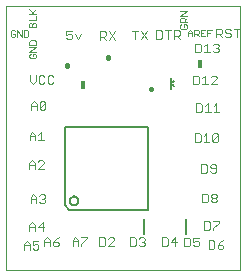
<source format=gto>
G75*
G70*
%OFA0B0*%
%FSLAX24Y24*%
%IPPOS*%
%LPD*%
%AMOC8*
5,1,8,0,0,1.08239X$1,22.5*
%
%ADD10C,0.0020*%
%ADD11C,0.0030*%
%ADD12C,0.0010*%
%ADD13C,0.0060*%
%ADD14R,0.0160X0.0280*%
%ADD15C,0.0160*%
%ADD16C,0.0080*%
D10*
X000968Y007191D02*
X001114Y007191D01*
X001151Y007228D01*
X001151Y007301D01*
X001114Y007338D01*
X001041Y007338D01*
X001041Y007264D01*
X000968Y007191D02*
X000931Y007228D01*
X000931Y007301D01*
X000968Y007338D01*
X000931Y007412D02*
X001151Y007559D01*
X000931Y007559D01*
X000931Y007633D02*
X000931Y007743D01*
X000968Y007780D01*
X001114Y007780D01*
X001151Y007743D01*
X001151Y007633D01*
X000931Y007633D01*
X000931Y007412D02*
X001151Y007412D01*
X000863Y007901D02*
X000753Y007901D01*
X000753Y008121D01*
X000863Y008121D01*
X000900Y008084D01*
X000900Y007938D01*
X000863Y007901D01*
X000679Y007901D02*
X000679Y008121D01*
X000532Y008121D02*
X000532Y007901D01*
X000458Y007938D02*
X000458Y008011D01*
X000385Y008011D01*
X000458Y007938D02*
X000421Y007901D01*
X000348Y007901D01*
X000311Y007938D01*
X000311Y008084D01*
X000348Y008121D01*
X000421Y008121D01*
X000458Y008084D01*
X000532Y008121D02*
X000679Y007901D01*
X000921Y008231D02*
X000921Y008341D01*
X000958Y008378D01*
X000994Y008378D01*
X001031Y008341D01*
X001031Y008231D01*
X001141Y008231D02*
X000921Y008231D01*
X001031Y008341D02*
X001068Y008378D01*
X001104Y008378D01*
X001141Y008341D01*
X001141Y008231D01*
X001141Y008452D02*
X000921Y008452D01*
X001141Y008452D02*
X001141Y008599D01*
X001141Y008673D02*
X000921Y008673D01*
X001031Y008710D02*
X001141Y008820D01*
X001068Y008673D02*
X000921Y008820D01*
X005961Y008757D02*
X006181Y008757D01*
X005961Y008610D01*
X006181Y008610D01*
X006181Y008536D02*
X006108Y008462D01*
X006108Y008499D02*
X006071Y008536D01*
X005998Y008536D01*
X005961Y008499D01*
X005961Y008389D01*
X006181Y008389D01*
X006108Y008389D02*
X006108Y008499D01*
X006144Y008315D02*
X006071Y008315D01*
X006071Y008241D01*
X005998Y008168D02*
X006144Y008168D01*
X006181Y008205D01*
X006181Y008278D01*
X006144Y008315D01*
X005998Y008315D02*
X005961Y008278D01*
X005961Y008205D01*
X005998Y008168D01*
X006203Y008071D02*
X006203Y007924D01*
X006203Y008034D02*
X006350Y008034D01*
X006350Y008071D02*
X006350Y007924D01*
X006424Y007924D02*
X006424Y008144D01*
X006534Y008144D01*
X006571Y008108D01*
X006571Y008034D01*
X006534Y007998D01*
X006424Y007998D01*
X006497Y007998D02*
X006571Y007924D01*
X006645Y007924D02*
X006792Y007924D01*
X006866Y007924D02*
X006866Y008144D01*
X007013Y008144D01*
X006939Y008034D02*
X006866Y008034D01*
X006792Y008144D02*
X006645Y008144D01*
X006645Y007924D01*
X006645Y008034D02*
X006718Y008034D01*
X006350Y008071D02*
X006276Y008144D01*
X006203Y008071D01*
D11*
X005949Y008078D02*
X005949Y007981D01*
X005901Y007933D01*
X005755Y007933D01*
X005755Y007836D02*
X005755Y008126D01*
X005901Y008126D01*
X005949Y008078D01*
X005852Y007933D02*
X005949Y007836D01*
X005654Y008126D02*
X005461Y008126D01*
X005558Y008126D02*
X005558Y007836D01*
X005360Y007884D02*
X005360Y008078D01*
X005311Y008126D01*
X005166Y008126D01*
X005166Y007836D01*
X005311Y007836D01*
X005360Y007884D01*
X004844Y007816D02*
X004651Y008106D01*
X004550Y008106D02*
X004356Y008106D01*
X004453Y008106D02*
X004453Y007816D01*
X004651Y007816D02*
X004844Y008106D01*
X003774Y008096D02*
X003581Y007806D01*
X003480Y007806D02*
X003383Y007903D01*
X003431Y007903D02*
X003480Y007951D01*
X003480Y008048D01*
X003431Y008096D01*
X003286Y008096D01*
X003286Y007806D01*
X003286Y007903D02*
X003431Y007903D01*
X003581Y008096D02*
X003774Y007806D01*
X002654Y008009D02*
X002558Y007816D01*
X002461Y008009D01*
X002360Y007961D02*
X002360Y007864D01*
X002311Y007816D01*
X002215Y007816D01*
X002166Y007864D01*
X002166Y007961D02*
X002263Y008009D01*
X002311Y008009D01*
X002360Y007961D01*
X002360Y008106D02*
X002166Y008106D01*
X002166Y007961D01*
X001679Y006622D02*
X001583Y006622D01*
X001534Y006574D01*
X001534Y006380D01*
X001583Y006332D01*
X001679Y006332D01*
X001728Y006380D01*
X001728Y006574D02*
X001679Y006622D01*
X001433Y006574D02*
X001385Y006622D01*
X001288Y006622D01*
X001240Y006574D01*
X001240Y006380D01*
X001288Y006332D01*
X001385Y006332D01*
X001433Y006380D01*
X001138Y006429D02*
X001138Y006622D01*
X000945Y006622D02*
X000945Y006429D01*
X001042Y006332D01*
X001138Y006429D01*
X001073Y005756D02*
X001170Y005659D01*
X001170Y005466D01*
X001271Y005514D02*
X001464Y005708D01*
X001464Y005514D01*
X001416Y005466D01*
X001319Y005466D01*
X001271Y005514D01*
X001271Y005708D01*
X001319Y005756D01*
X001416Y005756D01*
X001464Y005708D01*
X001170Y005611D02*
X000976Y005611D01*
X000976Y005659D02*
X001073Y005756D01*
X000976Y005659D02*
X000976Y005466D01*
X001033Y004736D02*
X001130Y004639D01*
X001130Y004446D01*
X001231Y004446D02*
X001424Y004446D01*
X001328Y004446D02*
X001328Y004736D01*
X001231Y004639D01*
X001130Y004591D02*
X000936Y004591D01*
X000936Y004639D02*
X001033Y004736D01*
X000936Y004639D02*
X000936Y004446D01*
X001009Y003781D02*
X001106Y003685D01*
X001106Y003491D01*
X001207Y003491D02*
X001401Y003685D01*
X001401Y003733D01*
X001352Y003781D01*
X001256Y003781D01*
X001207Y003733D01*
X001106Y003636D02*
X000913Y003636D01*
X000913Y003685D02*
X000913Y003491D01*
X000913Y003685D02*
X001009Y003781D01*
X001207Y003491D02*
X001401Y003491D01*
X001407Y002653D02*
X001311Y002653D01*
X001262Y002605D01*
X001359Y002508D02*
X001407Y002508D01*
X001456Y002460D01*
X001456Y002412D01*
X001407Y002363D01*
X001311Y002363D01*
X001262Y002412D01*
X001407Y002508D02*
X001456Y002557D01*
X001456Y002605D01*
X001407Y002653D01*
X001161Y002557D02*
X001161Y002363D01*
X001161Y002508D02*
X000968Y002508D01*
X000968Y002557D02*
X001064Y002653D01*
X001161Y002557D01*
X000968Y002557D02*
X000968Y002363D01*
X001026Y001715D02*
X001123Y001618D01*
X001123Y001425D01*
X001123Y001570D02*
X000929Y001570D01*
X000929Y001618D02*
X001026Y001715D01*
X000929Y001618D02*
X000929Y001425D01*
X001224Y001570D02*
X001418Y001570D01*
X001369Y001425D02*
X001369Y001715D01*
X001224Y001570D01*
X001516Y001217D02*
X001613Y001120D01*
X001613Y000927D01*
X001714Y000975D02*
X001714Y001072D01*
X001859Y001072D01*
X001908Y001023D01*
X001908Y000975D01*
X001859Y000927D01*
X001763Y000927D01*
X001714Y000975D01*
X001714Y001072D02*
X001811Y001168D01*
X001908Y001217D01*
X001613Y001072D02*
X001420Y001072D01*
X001420Y001120D02*
X001420Y000927D01*
X001233Y000954D02*
X001233Y000857D01*
X001184Y000809D01*
X001088Y000809D01*
X001039Y000857D01*
X001039Y000954D02*
X001136Y001002D01*
X001184Y001002D01*
X001233Y000954D01*
X001233Y001099D02*
X001039Y001099D01*
X001039Y000954D01*
X000938Y000954D02*
X000745Y000954D01*
X000745Y001002D02*
X000841Y001099D01*
X000938Y001002D01*
X000938Y000809D01*
X000745Y000809D02*
X000745Y001002D01*
X001420Y001120D02*
X001516Y001217D01*
X002370Y001134D02*
X002370Y000940D01*
X002370Y001085D02*
X002564Y001085D01*
X002564Y001134D02*
X002564Y000940D01*
X002665Y000940D02*
X002665Y000989D01*
X002859Y001182D01*
X002859Y001231D01*
X002665Y001231D01*
X002564Y001134D02*
X002467Y001231D01*
X002370Y001134D01*
X003264Y001219D02*
X003264Y000929D01*
X003409Y000929D01*
X003458Y000978D01*
X003458Y001171D01*
X003409Y001219D01*
X003264Y001219D01*
X003559Y001171D02*
X003607Y001219D01*
X003704Y001219D01*
X003752Y001171D01*
X003752Y001123D01*
X003559Y000929D01*
X003752Y000929D01*
X004286Y000926D02*
X004431Y000926D01*
X004480Y000974D01*
X004480Y001168D01*
X004431Y001216D01*
X004286Y001216D01*
X004286Y000926D01*
X004581Y000974D02*
X004629Y000926D01*
X004726Y000926D01*
X004774Y000974D01*
X004774Y001023D01*
X004726Y001071D01*
X004678Y001071D01*
X004726Y001071D02*
X004774Y001119D01*
X004774Y001168D01*
X004726Y001216D01*
X004629Y001216D01*
X004581Y001168D01*
X005346Y001216D02*
X005346Y000926D01*
X005491Y000926D01*
X005540Y000974D01*
X005540Y001168D01*
X005491Y001216D01*
X005346Y001216D01*
X005641Y001071D02*
X005834Y001071D01*
X005786Y000926D02*
X005786Y001216D01*
X005641Y001071D01*
X006096Y001206D02*
X006096Y000916D01*
X006241Y000916D01*
X006290Y000964D01*
X006290Y001158D01*
X006241Y001206D01*
X006096Y001206D01*
X006391Y001206D02*
X006391Y001061D01*
X006488Y001109D01*
X006536Y001109D01*
X006584Y001061D01*
X006584Y000964D01*
X006536Y000916D01*
X006439Y000916D01*
X006391Y000964D01*
X006391Y001206D02*
X006584Y001206D01*
X006766Y001466D02*
X006911Y001466D01*
X006960Y001514D01*
X006960Y001708D01*
X006911Y001756D01*
X006766Y001756D01*
X006766Y001466D01*
X007061Y001466D02*
X007061Y001514D01*
X007254Y001708D01*
X007254Y001756D01*
X007061Y001756D01*
X007036Y002379D02*
X006987Y002427D01*
X006987Y002476D01*
X007036Y002524D01*
X007132Y002524D01*
X007181Y002476D01*
X007181Y002427D01*
X007132Y002379D01*
X007036Y002379D01*
X007036Y002524D02*
X006987Y002573D01*
X006987Y002621D01*
X007036Y002669D01*
X007132Y002669D01*
X007181Y002621D01*
X007181Y002573D01*
X007132Y002524D01*
X006886Y002427D02*
X006886Y002621D01*
X006838Y002669D01*
X006693Y002669D01*
X006693Y002379D01*
X006838Y002379D01*
X006886Y002427D01*
X006813Y003371D02*
X006667Y003371D01*
X006667Y003661D01*
X006813Y003661D01*
X006861Y003612D01*
X006861Y003419D01*
X006813Y003371D01*
X006962Y003419D02*
X007010Y003371D01*
X007107Y003371D01*
X007156Y003419D01*
X007156Y003612D01*
X007107Y003661D01*
X007010Y003661D01*
X006962Y003612D01*
X006962Y003564D01*
X007010Y003516D01*
X007156Y003516D01*
X007175Y004391D02*
X007079Y004391D01*
X007030Y004439D01*
X007224Y004633D01*
X007224Y004439D01*
X007175Y004391D01*
X007030Y004439D02*
X007030Y004633D01*
X007079Y004681D01*
X007175Y004681D01*
X007224Y004633D01*
X006929Y004391D02*
X006736Y004391D01*
X006832Y004391D02*
X006832Y004681D01*
X006736Y004584D01*
X006634Y004633D02*
X006586Y004681D01*
X006441Y004681D01*
X006441Y004391D01*
X006586Y004391D01*
X006634Y004439D01*
X006634Y004633D01*
X006625Y005395D02*
X006480Y005395D01*
X006480Y005685D01*
X006625Y005685D01*
X006673Y005637D01*
X006673Y005443D01*
X006625Y005395D01*
X006774Y005395D02*
X006968Y005395D01*
X006871Y005395D02*
X006871Y005685D01*
X006774Y005588D01*
X007069Y005588D02*
X007166Y005685D01*
X007166Y005395D01*
X007069Y005395D02*
X007263Y005395D01*
X007175Y006320D02*
X006982Y006320D01*
X007175Y006514D01*
X007175Y006562D01*
X007127Y006611D01*
X007030Y006611D01*
X006982Y006562D01*
X006784Y006611D02*
X006784Y006320D01*
X006687Y006320D02*
X006881Y006320D01*
X006687Y006514D02*
X006784Y006611D01*
X006586Y006562D02*
X006586Y006369D01*
X006538Y006320D01*
X006392Y006320D01*
X006392Y006611D01*
X006538Y006611D01*
X006586Y006562D01*
X006601Y007386D02*
X006456Y007386D01*
X006456Y007676D01*
X006601Y007676D01*
X006650Y007628D01*
X006650Y007434D01*
X006601Y007386D01*
X006751Y007386D02*
X006944Y007386D01*
X007045Y007434D02*
X007094Y007386D01*
X007191Y007386D01*
X007239Y007434D01*
X007239Y007483D01*
X007191Y007531D01*
X007142Y007531D01*
X007191Y007531D02*
X007239Y007579D01*
X007239Y007628D01*
X007191Y007676D01*
X007094Y007676D01*
X007045Y007628D01*
X006848Y007676D02*
X006848Y007386D01*
X006751Y007579D02*
X006848Y007676D01*
X007156Y007886D02*
X007156Y008176D01*
X007301Y008176D01*
X007350Y008128D01*
X007350Y008031D01*
X007301Y007983D01*
X007156Y007983D01*
X007253Y007983D02*
X007350Y007886D01*
X007451Y007934D02*
X007499Y007886D01*
X007596Y007886D01*
X007644Y007934D01*
X007644Y007983D01*
X007596Y008031D01*
X007499Y008031D01*
X007451Y008079D01*
X007451Y008128D01*
X007499Y008176D01*
X007596Y008176D01*
X007644Y008128D01*
X007745Y008176D02*
X007939Y008176D01*
X007842Y008176D02*
X007842Y007886D01*
X007394Y001116D02*
X007298Y001068D01*
X007201Y000971D01*
X007346Y000971D01*
X007394Y000923D01*
X007394Y000874D01*
X007346Y000826D01*
X007249Y000826D01*
X007201Y000874D01*
X007201Y000971D01*
X007100Y000874D02*
X007100Y001068D01*
X007051Y001116D01*
X006906Y001116D01*
X006906Y000826D01*
X007051Y000826D01*
X007100Y000874D01*
D12*
X007951Y000121D02*
X000151Y000121D01*
X000151Y008921D01*
X007951Y008921D01*
X007951Y000121D01*
D13*
X004871Y002141D02*
X002251Y002141D01*
X002111Y002281D01*
X002111Y004901D01*
X004871Y004901D01*
X004871Y002141D01*
X002270Y002441D02*
X002272Y002464D01*
X002278Y002487D01*
X002287Y002508D01*
X002300Y002528D01*
X002316Y002545D01*
X002334Y002559D01*
X002354Y002570D01*
X002376Y002578D01*
X002399Y002582D01*
X002423Y002582D01*
X002446Y002578D01*
X002468Y002570D01*
X002488Y002559D01*
X002506Y002545D01*
X002522Y002528D01*
X002535Y002508D01*
X002544Y002487D01*
X002550Y002464D01*
X002552Y002441D01*
X002550Y002418D01*
X002544Y002395D01*
X002535Y002374D01*
X002522Y002354D01*
X002506Y002337D01*
X002488Y002323D01*
X002468Y002312D01*
X002446Y002304D01*
X002423Y002300D01*
X002399Y002300D01*
X002376Y002304D01*
X002354Y002312D01*
X002334Y002323D01*
X002316Y002337D01*
X002300Y002354D01*
X002287Y002374D01*
X002278Y002395D01*
X002272Y002418D01*
X002270Y002441D01*
D14*
X002731Y006301D03*
X006611Y006981D03*
D15*
X004996Y006164D02*
X004972Y006164D01*
X003541Y007199D02*
X003541Y007223D01*
X002171Y006953D02*
X002171Y006929D01*
D16*
X005634Y006532D02*
X005634Y006351D01*
X005756Y006443D01*
X005634Y006351D02*
X005634Y006170D01*
X005756Y006265D02*
X005640Y006341D01*
X006160Y001837D02*
X006160Y001325D01*
X004743Y001325D02*
X004743Y001837D01*
M02*

</source>
